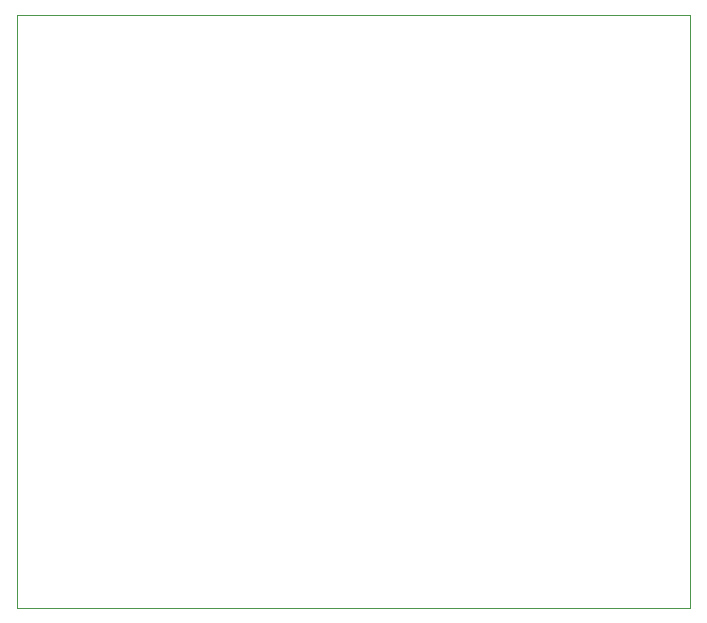
<source format=gbr>
%TF.GenerationSoftware,KiCad,Pcbnew,(5.1.6)-1*%
%TF.CreationDate,2021-01-28T10:50:38-06:00*%
%TF.ProjectId,BigSwitch,42696753-7769-4746-9368-2e6b69636164,rev?*%
%TF.SameCoordinates,Original*%
%TF.FileFunction,Profile,NP*%
%FSLAX46Y46*%
G04 Gerber Fmt 4.6, Leading zero omitted, Abs format (unit mm)*
G04 Created by KiCad (PCBNEW (5.1.6)-1) date 2021-01-28 10:50:38*
%MOMM*%
%LPD*%
G01*
G04 APERTURE LIST*
%TA.AperFunction,Profile*%
%ADD10C,0.050000*%
%TD*%
G04 APERTURE END LIST*
D10*
X113200000Y-80000000D02*
X113200000Y-130200000D01*
X170200000Y-80000000D02*
X113200000Y-80000000D01*
X170200000Y-130200000D02*
X170200000Y-80000000D01*
X113200000Y-130200000D02*
X170200000Y-130200000D01*
M02*

</source>
